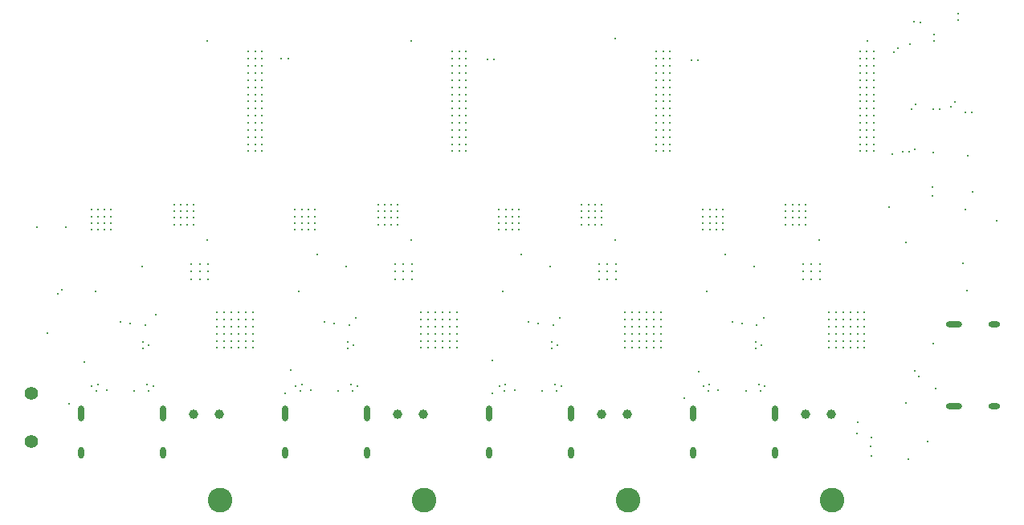
<source format=gbr>
%TF.GenerationSoftware,Altium Limited,Altium Designer,23.4.1 (23)*%
G04 Layer_Color=0*
%FSLAX26Y26*%
%MOIN*%
%TF.SameCoordinates,9AE554A4-7581-43F1-91E0-74BCC9029391*%
%TF.FilePolarity,Positive*%
%TF.FileFunction,Plated,1,2,PTH,Drill*%
%TF.Part,CustomerPanel*%
G01*
G75*
%TA.AperFunction,ComponentDrill*%
%ADD120C,0.039370*%
%ADD121O,0.027559X0.047244*%
%ADD122O,0.027559X0.066929*%
%ADD123O,0.027559X0.066929*%
%ADD124O,0.027559X0.047244*%
%ADD125C,0.055000*%
%ADD126C,0.055118*%
%ADD127O,0.047244X0.027559*%
%ADD128O,0.066929X0.027559*%
%ADD129O,0.066929X0.027559*%
%ADD130O,0.047244X0.027559*%
%TA.AperFunction,OtherDrill,Pad Free-2 (3871.181mil,517.669mil)*%
%ADD131C,0.102362*%
%TA.AperFunction,OtherDrill,Pad Free-2 (3024.724mil,517.669mil)*%
%ADD132C,0.102362*%
%TA.AperFunction,OtherDrill,Pad Free-2 (2178.268mil,517.669mil)*%
%ADD133C,0.102362*%
%TA.AperFunction,OtherDrill,Pad Free-2 (1331.811mil,517.669mil)*%
%ADD134C,0.102362*%
%TA.AperFunction,ViaDrill,NotFilled*%
%ADD135C,0.011811*%
D120*
X3021969Y873968D02*
D03*
X2913701Y873968D02*
D03*
X2175512Y873968D02*
D03*
X2067244Y873968D02*
D03*
X1329055Y873968D02*
D03*
X1220787Y873968D02*
D03*
X3760157D02*
D03*
X3868425D02*
D03*
D121*
X2448347Y714519D02*
D03*
X1601890D02*
D03*
X755433D02*
D03*
X3294803Y714519D02*
D03*
D122*
X2448347Y879086D02*
D03*
X1601890D02*
D03*
X755433D02*
D03*
X3294803Y879086D02*
D03*
D123*
X2788504Y879086D02*
D03*
X1942047D02*
D03*
X1095590D02*
D03*
X3634960D02*
D03*
D124*
X2788504Y714519D02*
D03*
X1942047D02*
D03*
X1095590D02*
D03*
X3634960Y714519D02*
D03*
D125*
X546701Y960590D02*
D03*
D126*
Y760590D02*
D03*
D127*
X4543622Y1246405D02*
D03*
D128*
X4379055D02*
D03*
D129*
Y906248D02*
D03*
D130*
X4543622D02*
D03*
D131*
X3871181Y517669D02*
D03*
D132*
X3024724Y517669D02*
D03*
D133*
X2178268D02*
D03*
D134*
X1331811D02*
D03*
D135*
X1035551Y1160590D02*
D03*
X1064418Y1288677D02*
D03*
X1020047Y1243984D02*
D03*
X917146Y1258774D02*
D03*
X1895788Y1273590D02*
D03*
X1763602Y1258774D02*
D03*
X2742244Y1273590D02*
D03*
X2610059Y1258774D02*
D03*
X1010480Y1173660D02*
D03*
X1010968Y1147984D02*
D03*
X958331Y1252590D02*
D03*
X1883669Y1160590D02*
D03*
X1804787Y1252590D02*
D03*
X1734102Y1536905D02*
D03*
X2730126Y1160590D02*
D03*
X2651244Y1252590D02*
D03*
X2580559Y1536905D02*
D03*
X615701Y1211590D02*
D03*
X569969Y1652590D02*
D03*
X689814Y1652476D02*
D03*
X4395701Y2538180D02*
D03*
X4424906Y2126590D02*
D03*
X4395701Y2512590D02*
D03*
X4450496Y2126590D02*
D03*
X675869Y1392758D02*
D03*
X657774Y1374663D02*
D03*
X813047Y1385984D02*
D03*
X1866504Y1243984D02*
D03*
X1659504Y1385984D02*
D03*
X2505961D02*
D03*
X2712961Y1243984D02*
D03*
X2706961Y1147984D02*
D03*
X2974724Y1434992D02*
D03*
X2939291D02*
D03*
X2887866Y1662204D02*
D03*
X2832748D02*
D03*
X2860307D02*
D03*
X2915425D02*
D03*
Y1689763D02*
D03*
X2887866D02*
D03*
X2860307D02*
D03*
X2832748D02*
D03*
X2860307Y1717322D02*
D03*
X2832748D02*
D03*
X2915425D02*
D03*
X2887866D02*
D03*
Y1744881D02*
D03*
X2832748D02*
D03*
X2860307D02*
D03*
X2915425D02*
D03*
X2970787Y1596409D02*
D03*
X3012126Y1267669D02*
D03*
X2701961Y1488984D02*
D03*
X2440976Y2347590D02*
D03*
X2466567D02*
D03*
X2706961Y1173574D02*
D03*
X2667641Y971303D02*
D03*
X2552961Y973984D02*
D03*
X3140079Y2084598D02*
D03*
Y2055070D02*
D03*
Y1966487D02*
D03*
Y2025543D02*
D03*
Y1996015D02*
D03*
X3169606D02*
D03*
X3169606Y2025543D02*
D03*
X3169606Y2084598D02*
D03*
Y2055070D02*
D03*
X3199134D02*
D03*
Y2025543D02*
D03*
Y2114125D02*
D03*
Y2084598D02*
D03*
X3140079Y2173180D02*
D03*
X3140079Y2261763D02*
D03*
Y2232236D02*
D03*
Y2143653D02*
D03*
Y2114125D02*
D03*
Y2202708D02*
D03*
X3169606Y2173180D02*
D03*
X3140079Y2291291D02*
D03*
X3140079Y2379873D02*
D03*
Y2350346D02*
D03*
Y2320818D02*
D03*
X3169606Y2291291D02*
D03*
X3169606Y2350346D02*
D03*
Y2114125D02*
D03*
Y2202708D02*
D03*
Y2143653D02*
D03*
X3199134Y2173180D02*
D03*
Y2143653D02*
D03*
Y2232236D02*
D03*
Y2202708D02*
D03*
X3169606Y2261763D02*
D03*
Y2232236D02*
D03*
Y2320818D02*
D03*
X3199134Y2291291D02*
D03*
Y2261763D02*
D03*
Y2320818D02*
D03*
X2571850Y1668259D02*
D03*
Y1695818D02*
D03*
X3012126Y1149558D02*
D03*
X3041654Y1149558D02*
D03*
X3071181Y1149558D02*
D03*
X3100709D02*
D03*
X2459701Y1098590D02*
D03*
X2516063Y997984D02*
D03*
X2490472Y992078D02*
D03*
X2510158Y972393D02*
D03*
X2462701Y962590D02*
D03*
X3159764Y1238141D02*
D03*
Y1297196D02*
D03*
X3130236D02*
D03*
Y1267669D02*
D03*
X3159764Y1267669D02*
D03*
X3100709Y1238141D02*
D03*
X3130236D02*
D03*
X3071181D02*
D03*
X3041654D02*
D03*
X2720794Y997984D02*
D03*
X2746385Y992078D02*
D03*
X2726700Y972393D02*
D03*
X3159764Y1208613D02*
D03*
X3100709D02*
D03*
X3130236D02*
D03*
X3159764Y1179086D02*
D03*
X3130236D02*
D03*
X3071181D02*
D03*
X3100709D02*
D03*
X3159764Y1149558D02*
D03*
X3130236D02*
D03*
X3071181Y1208613D02*
D03*
X3012126Y1238141D02*
D03*
Y1208613D02*
D03*
Y1179086D02*
D03*
X3041654Y1208613D02*
D03*
Y1179086D02*
D03*
X3012126Y1297196D02*
D03*
X3100709D02*
D03*
X3071181D02*
D03*
X3041654D02*
D03*
X3071181Y1267669D02*
D03*
X3100709D02*
D03*
X3041654Y1267669D02*
D03*
X3169606Y2379873D02*
D03*
X3199134D02*
D03*
X2903858Y1434992D02*
D03*
Y1497984D02*
D03*
Y1466487D02*
D03*
X3199134Y2350346D02*
D03*
X2974724Y1497984D02*
D03*
X2939291D02*
D03*
X2974724Y1466487D02*
D03*
X2939291D02*
D03*
X2544291Y1695818D02*
D03*
X2516732D02*
D03*
X2544291Y1668259D02*
D03*
X2516732D02*
D03*
X2489173D02*
D03*
Y1640700D02*
D03*
X2516732D02*
D03*
X2544291D02*
D03*
X2571850D02*
D03*
X2544291Y1723377D02*
D03*
X2489173D02*
D03*
X2571850D02*
D03*
X2489173Y1695818D02*
D03*
X2516732Y1723377D02*
D03*
X3169606Y1966487D02*
D03*
X3199134Y1996015D02*
D03*
Y1966487D02*
D03*
X2092835Y1434992D02*
D03*
X2128268D02*
D03*
X1986292Y1689763D02*
D03*
X2013851Y1662204D02*
D03*
X1986292D02*
D03*
X2068969D02*
D03*
X2041410D02*
D03*
Y1689763D02*
D03*
X2013851D02*
D03*
X2068969D02*
D03*
X2013851Y1717322D02*
D03*
X1986292D02*
D03*
X2041410D02*
D03*
X2068969D02*
D03*
X2013851Y1744881D02*
D03*
X1986292D02*
D03*
X2041410D02*
D03*
X2068969D02*
D03*
X2124331Y1596409D02*
D03*
X2124701Y2426133D02*
D03*
X2165669Y1267669D02*
D03*
X1855504Y1488984D02*
D03*
X1585383Y2351891D02*
D03*
X1860504Y1147984D02*
D03*
X1613623Y2350811D02*
D03*
X1860504Y1173574D02*
D03*
X1821184Y971303D02*
D03*
X1706504Y973984D02*
D03*
X2293622Y2084598D02*
D03*
Y2055070D02*
D03*
Y1966487D02*
D03*
Y2025543D02*
D03*
Y1996015D02*
D03*
X2323150D02*
D03*
X2323150Y2025543D02*
D03*
X2323150Y2084598D02*
D03*
Y2055070D02*
D03*
X2352677D02*
D03*
Y2025543D02*
D03*
Y2114125D02*
D03*
Y2084598D02*
D03*
X2293622Y2173180D02*
D03*
X2293622Y2261763D02*
D03*
Y2232236D02*
D03*
Y2143653D02*
D03*
Y2114125D02*
D03*
Y2202708D02*
D03*
X2323150Y2173180D02*
D03*
X2293622Y2291291D02*
D03*
X2293622Y2379873D02*
D03*
Y2350346D02*
D03*
Y2320818D02*
D03*
X2323150Y2291291D02*
D03*
X2323150Y2350346D02*
D03*
Y2114125D02*
D03*
Y2202708D02*
D03*
Y2143653D02*
D03*
X2352677Y2173180D02*
D03*
Y2143653D02*
D03*
Y2232236D02*
D03*
Y2202708D02*
D03*
X2323150Y2261763D02*
D03*
Y2232236D02*
D03*
Y2320818D02*
D03*
X2352677Y2291291D02*
D03*
Y2261763D02*
D03*
Y2320818D02*
D03*
X1725394Y1668259D02*
D03*
Y1695818D02*
D03*
X2165669Y1149558D02*
D03*
X2195197Y1149558D02*
D03*
X2224724Y1149558D02*
D03*
X2254252D02*
D03*
X2195197Y1179086D02*
D03*
X1899928Y992078D02*
D03*
X2195197Y1208613D02*
D03*
X2165669D02*
D03*
Y1179086D02*
D03*
X1880243Y972393D02*
D03*
X2283780Y1179086D02*
D03*
Y1149558D02*
D03*
X2224725Y1179086D02*
D03*
X2313307Y1149558D02*
D03*
X2313307Y1208613D02*
D03*
Y1179086D02*
D03*
X2254252Y1208613D02*
D03*
X2224725D02*
D03*
X2283780D02*
D03*
X2254252Y1179086D02*
D03*
X2165669Y1238141D02*
D03*
X2224724Y1267669D02*
D03*
X2254252D02*
D03*
X2224724Y1238141D02*
D03*
X2254252D02*
D03*
X2195197D02*
D03*
Y1267669D02*
D03*
X2313307Y1297196D02*
D03*
Y1238141D02*
D03*
Y1267669D02*
D03*
X2283780Y1238141D02*
D03*
Y1267669D02*
D03*
Y1297196D02*
D03*
X2254252D02*
D03*
X2224724D02*
D03*
X2195197D02*
D03*
X2165669D02*
D03*
X1600888Y962590D02*
D03*
X1874337Y997984D02*
D03*
X1669606D02*
D03*
X1624181Y1057070D02*
D03*
X1644016Y992078D02*
D03*
X1663701Y972393D02*
D03*
X2352677Y2350346D02*
D03*
X2352677Y2379873D02*
D03*
X2323150D02*
D03*
Y1966487D02*
D03*
X2352677D02*
D03*
Y1996015D02*
D03*
X1642717Y1723377D02*
D03*
X1725394D02*
D03*
X1670276D02*
D03*
X1725394Y1640700D02*
D03*
X1697835Y1723377D02*
D03*
Y1695818D02*
D03*
Y1640700D02*
D03*
Y1668259D02*
D03*
X1670276Y1695818D02*
D03*
Y1668259D02*
D03*
Y1640700D02*
D03*
X1642717Y1695818D02*
D03*
Y1640700D02*
D03*
Y1668259D02*
D03*
X2057402Y1466487D02*
D03*
Y1497984D02*
D03*
Y1434992D02*
D03*
X2092835Y1497984D02*
D03*
Y1466487D02*
D03*
X2128268Y1497984D02*
D03*
Y1466487D02*
D03*
X1246378Y1434992D02*
D03*
X1281811D02*
D03*
X1167394Y1662204D02*
D03*
X1139835D02*
D03*
Y1689763D02*
D03*
X1194953D02*
D03*
X1167394D02*
D03*
Y1717322D02*
D03*
X1139835D02*
D03*
Y1744881D02*
D03*
X1194953D02*
D03*
X1167394D02*
D03*
X1194953Y1662204D02*
D03*
X1222512D02*
D03*
Y1689763D02*
D03*
X1194953Y1717322D02*
D03*
X1222512Y1744881D02*
D03*
Y1717322D02*
D03*
X1277874Y1596409D02*
D03*
Y2426133D02*
D03*
X1319213Y1267669D02*
D03*
X1009047Y1488984D02*
D03*
X974728Y971303D02*
D03*
X860047Y973984D02*
D03*
X1447166Y2084598D02*
D03*
Y2055070D02*
D03*
Y1966487D02*
D03*
Y2025543D02*
D03*
Y1996015D02*
D03*
X1476693D02*
D03*
X1476693Y2025543D02*
D03*
X1476693Y2084598D02*
D03*
Y2055070D02*
D03*
X1506221D02*
D03*
Y2025543D02*
D03*
Y2114125D02*
D03*
Y2084598D02*
D03*
X1447165Y2173180D02*
D03*
X1447166Y2261763D02*
D03*
Y2232236D02*
D03*
Y2143653D02*
D03*
Y2114125D02*
D03*
Y2202708D02*
D03*
X1476693Y2173180D02*
D03*
X1447165Y2291291D02*
D03*
X1447166Y2379873D02*
D03*
Y2350346D02*
D03*
Y2320818D02*
D03*
X1476693Y2291291D02*
D03*
X1476693Y2350346D02*
D03*
Y2114125D02*
D03*
Y2202708D02*
D03*
Y2143653D02*
D03*
X1506221Y2173180D02*
D03*
Y2143653D02*
D03*
Y2232236D02*
D03*
Y2202708D02*
D03*
X1476693Y2261763D02*
D03*
Y2232236D02*
D03*
Y2320818D02*
D03*
X1506221Y2291291D02*
D03*
Y2261763D02*
D03*
Y2320818D02*
D03*
X878937Y1695818D02*
D03*
Y1668259D02*
D03*
X1319213Y1149558D02*
D03*
X1348740Y1149558D02*
D03*
X1407795Y1149558D02*
D03*
X1378268D02*
D03*
X1476693Y2379873D02*
D03*
X1506221Y2350346D02*
D03*
X823819Y1668259D02*
D03*
Y1640700D02*
D03*
X878937Y1723377D02*
D03*
Y1640700D02*
D03*
X851378Y1723377D02*
D03*
Y1695818D02*
D03*
Y1640700D02*
D03*
Y1668259D02*
D03*
X823819Y1695818D02*
D03*
X1466851Y1267669D02*
D03*
X1437323Y1149558D02*
D03*
Y1179086D02*
D03*
Y1208613D02*
D03*
X1466851Y1297196D02*
D03*
Y1238141D02*
D03*
Y1208613D02*
D03*
Y1179086D02*
D03*
X1466850Y1149558D02*
D03*
X1437323Y1267669D02*
D03*
Y1297196D02*
D03*
Y1238141D02*
D03*
X823819Y1723377D02*
D03*
X1407795Y1297196D02*
D03*
Y1267669D02*
D03*
Y1238141D02*
D03*
Y1208613D02*
D03*
X1378268D02*
D03*
X1378268Y1267669D02*
D03*
Y1297196D02*
D03*
Y1238141D02*
D03*
X1407795Y1179086D02*
D03*
X1378268D02*
D03*
X1319213Y1208613D02*
D03*
Y1238141D02*
D03*
Y1179086D02*
D03*
X1348740Y1267669D02*
D03*
Y1238141D02*
D03*
Y1208613D02*
D03*
Y1179086D02*
D03*
X1281811Y1466487D02*
D03*
X1246378D02*
D03*
X1210945D02*
D03*
X1281811Y1497984D02*
D03*
X1246378D02*
D03*
X1210945D02*
D03*
Y1434992D02*
D03*
X1348740Y1297196D02*
D03*
X1319213D02*
D03*
X1476693Y1966487D02*
D03*
X1506221Y1996015D02*
D03*
Y1966487D02*
D03*
X1027881Y997984D02*
D03*
X1033786Y972393D02*
D03*
X1053471Y992078D02*
D03*
X797559Y992078D02*
D03*
X823150Y997984D02*
D03*
X767504Y1090606D02*
D03*
X1506221Y2379873D02*
D03*
X817244Y972393D02*
D03*
X704701Y917590D02*
D03*
X796260Y1723377D02*
D03*
Y1668259D02*
D03*
Y1640700D02*
D03*
Y1695818D02*
D03*
X3817244Y1596409D02*
D03*
X2970787Y2433503D02*
D03*
X4018701Y2426133D02*
D03*
X4194701Y2412590D02*
D03*
X4292638Y2141590D02*
D03*
X4293701Y2451181D02*
D03*
X4318228Y2141590D02*
D03*
X4293701Y2425590D02*
D03*
X4364718Y2151607D02*
D03*
X4210701Y2504322D02*
D03*
X4382742Y2169774D02*
D03*
X4236292Y2502590D02*
D03*
X3456516Y1258774D02*
D03*
X3427015Y1536905D02*
D03*
X3588701Y1273590D02*
D03*
X3497701Y1252590D02*
D03*
X3576583Y1160590D02*
D03*
X3553417Y1173574D02*
D03*
X3363189Y1723377D02*
D03*
X3390748D02*
D03*
X3335630D02*
D03*
X3363189Y1695818D02*
D03*
X3418307Y1723377D02*
D03*
X3335630Y1695818D02*
D03*
X3418307D02*
D03*
X3390748D02*
D03*
Y1640700D02*
D03*
X3418307D02*
D03*
X3335630D02*
D03*
X3418307Y1668259D02*
D03*
X3363189Y1640700D02*
D03*
X3335630Y1668259D02*
D03*
X3390748D02*
D03*
X3363189D02*
D03*
X3706764Y1744881D02*
D03*
X3734323D02*
D03*
X3679205D02*
D03*
X3706764Y1717322D02*
D03*
X3761882Y1744881D02*
D03*
X3679205Y1717322D02*
D03*
X3761882D02*
D03*
X3734323D02*
D03*
Y1662204D02*
D03*
X3761882D02*
D03*
X3679205D02*
D03*
X3761882Y1689763D02*
D03*
X3706764Y1662204D02*
D03*
X3679205Y1689763D02*
D03*
X3734323D02*
D03*
X3706764D02*
D03*
X4556181Y1679094D02*
D03*
X4164685Y1963590D02*
D03*
X4213701Y1053180D02*
D03*
X4190276Y1963590D02*
D03*
X4231796Y1032495D02*
D03*
X4433701Y1948009D02*
D03*
X4033701Y778590D02*
D03*
X4032701Y741590D02*
D03*
X4034701Y702590D02*
D03*
X3975968Y793858D02*
D03*
X3976701Y840590D02*
D03*
X4290701Y1167590D02*
D03*
X4300433Y979873D02*
D03*
X4431701Y1387590D02*
D03*
X4453307Y1796409D02*
D03*
X4413701Y1502590D02*
D03*
X4292638Y1961653D02*
D03*
X4121701Y1954590D02*
D03*
X4215866Y1975425D02*
D03*
X4425701Y1724590D02*
D03*
X4287100Y1779590D02*
D03*
X4176701Y1587590D02*
D03*
X4177701Y920590D02*
D03*
X4107701Y1735590D02*
D03*
X4288701Y1818590D02*
D03*
X3286330Y2345055D02*
D03*
X4199933Y2140636D02*
D03*
X3313024Y2344590D02*
D03*
X3553417Y1147984D02*
D03*
X4217165Y2161104D02*
D03*
X4145113Y2395002D02*
D03*
X4127017Y2376906D02*
D03*
X4267701Y762590D02*
D03*
X3259254Y942625D02*
D03*
X4188173Y688858D02*
D03*
X3316701Y1050590D02*
D03*
X4016063Y1966487D02*
D03*
X4045591D02*
D03*
Y1996015D02*
D03*
X4016063Y2379873D02*
D03*
X4045591Y2350346D02*
D03*
X4045591Y2379873D02*
D03*
X3888110Y1208613D02*
D03*
X3858583Y1179086D02*
D03*
Y1208613D02*
D03*
X3888110Y1179086D02*
D03*
X3858583Y1238141D02*
D03*
X3888110D02*
D03*
Y1297196D02*
D03*
Y1267669D02*
D03*
X3858583Y1297196D02*
D03*
X3592841Y992078D02*
D03*
X3573156Y972393D02*
D03*
X3356614D02*
D03*
X3362520Y997984D02*
D03*
X3336929Y992078D02*
D03*
X3567251Y997984D02*
D03*
X3785748Y1497984D02*
D03*
X4006220Y1238141D02*
D03*
X3947165D02*
D03*
X3917638Y1179086D02*
D03*
X3947165Y1208613D02*
D03*
Y1179086D02*
D03*
X3976693D02*
D03*
Y1208613D02*
D03*
X4006220D02*
D03*
X3976693Y1149558D02*
D03*
X4006220D02*
D03*
X4006220Y1179086D02*
D03*
X3917638Y1208613D02*
D03*
X3976693Y1238141D02*
D03*
Y1267669D02*
D03*
X3947165Y1297196D02*
D03*
X3976693D02*
D03*
X3917638D02*
D03*
Y1238141D02*
D03*
Y1267669D02*
D03*
X3947165D02*
D03*
X3821181Y1497984D02*
D03*
X3750315D02*
D03*
X3785748Y1466487D02*
D03*
X3821181D02*
D03*
X3750315D02*
D03*
Y1434992D02*
D03*
X4006220Y1297196D02*
D03*
Y1267669D02*
D03*
X3947165Y1149558D02*
D03*
X3917638D02*
D03*
X3888110Y1149558D02*
D03*
X3858583Y1149558D02*
D03*
X3559417Y1243984D02*
D03*
X3352417Y1385984D02*
D03*
X4045591Y2320818D02*
D03*
Y2261763D02*
D03*
Y2291291D02*
D03*
X4016063Y2320818D02*
D03*
Y2232236D02*
D03*
Y2261763D02*
D03*
X4045591Y2202708D02*
D03*
Y2232236D02*
D03*
Y2143653D02*
D03*
Y2173180D02*
D03*
X4016063Y2143653D02*
D03*
Y2202708D02*
D03*
Y2114125D02*
D03*
Y2350346D02*
D03*
X4016063Y2291291D02*
D03*
X3986535Y2320818D02*
D03*
Y2350346D02*
D03*
Y2379873D02*
D03*
X3986535Y2291291D02*
D03*
X4016063Y2173180D02*
D03*
X3986535Y2202708D02*
D03*
Y2114125D02*
D03*
Y2143653D02*
D03*
Y2232236D02*
D03*
Y2261763D02*
D03*
X3986535Y2173180D02*
D03*
X4045591Y2084598D02*
D03*
Y2114125D02*
D03*
Y2025543D02*
D03*
Y2055070D02*
D03*
X4016063D02*
D03*
Y2084598D02*
D03*
X4016063Y2025543D02*
D03*
X4016063Y1996015D02*
D03*
X3986535D02*
D03*
Y2025543D02*
D03*
Y1966487D02*
D03*
Y2055070D02*
D03*
Y2084598D02*
D03*
X3399417Y973984D02*
D03*
X3514098Y971303D02*
D03*
X3548417Y1488984D02*
D03*
X3858583Y1267669D02*
D03*
X3821181Y1434992D02*
D03*
X3785748D02*
D03*
%TF.MD5,1c377075636d6c175af173e668eb7122*%
M02*

</source>
